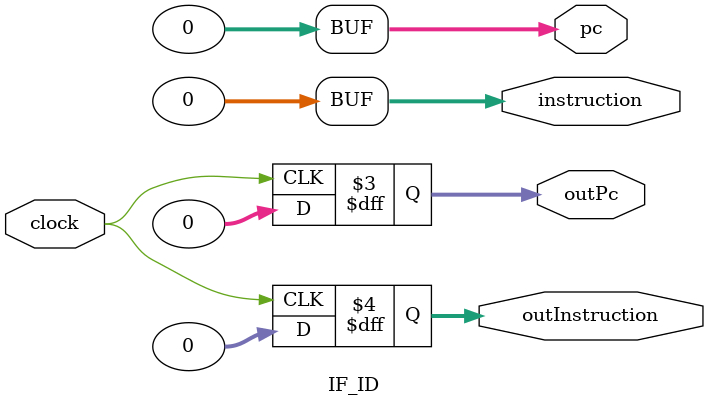
<source format=v>
module IF_ID (
  input wire clock,
  output reg [31:0] pc,
  output reg [31:0] instruction,
  output reg [0:31] outPc,
  output reg [0:31] outInstruction
);

    initial begin
        pc <= 0;
        instruction <= 0;
    end

    always @(posedge clock) begin
        outPc <= pc;
        outInstruction <= instruction;
    end

endmodule

</source>
